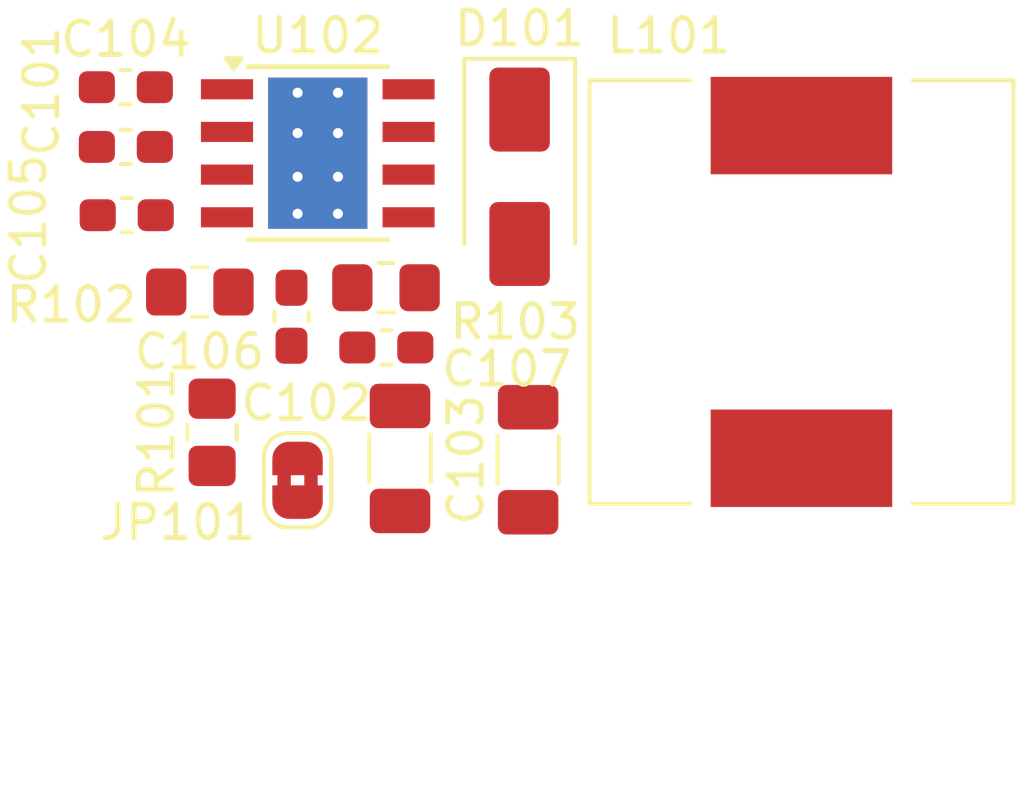
<source format=kicad_pcb>
(kicad_pcb (version 20240108) (generator "pcbnew") (generator_version "8.0")
  (layers (0 "F.Cu" signal) (31 "B.Cu" signal) (34 "B.Paste" user) (35 "F.Paste" user) (36 "B.SilkS" user "B.Silkscreen") (37 "F.SilkS" user "F.Silkscreen") (38 "B.Mask" user) (39 "F.Mask" user) (44 "Edge.Cuts" user))
  (net 0 "")
  (net 1 "/GND")
  (net 2 "/VIN")
  (net 3 "/+3V3")
  (net 4 "/PH")
  (net 5 "/BOOT")
  (net 6 "/SS")
  (net 7 "Net-(C106-Pad1)")
  (net 8 "/COMP")
  (net 9 "/FEEDBACK")
  (net 11 "Net-(JP101-A)")
  (footprint "Resistor_SMD:R_0805_2012Metric_Pad1.20x1.40mm_HandSolder" (layer "F.Cu") (at 97.282 69.072 90)
    (property "Reference" "R101" (at 0 -1.65 90) (layer "F.SilkS"))
    (property "Value" "R")
    (fp_line (start -0.227064 -0.735) (end 0.227064 -0.735) (stroke (width 0.12)) (layer "F.SilkS"))
    (fp_line (start -0.227064 0.735) (end 0.227064 0.735) (stroke (width 0.12)) (layer "F.SilkS"))
    (pad "1" smd roundrect (at -1 0 90) (size 1.2 1.4) (layers "F.Cu" "F.Paste" "F.Mask") (roundrect_rratio 0.208333) (net 3 "/+3V3"))
    (pad "2" smd roundrect (at 1 0 90) (size 1.2 1.4) (layers "F.Cu" "F.Paste" "F.Mask") (roundrect_rratio 0.208333) (net 9 "/FEEDBACK"))
  )
  (footprint "Capacitor_SMD:C_1206_3216Metric_Pad1.33x1.80mm_HandSolder" (layer "F.Cu") (at 106.68 69.8885 90)
    (property "Reference" "C103" (at 0 -1.850001 90) (layer "F.SilkS"))
    (property "Value" "100uF")
    (fp_line (start -0.711252 -0.91) (end 0.711252 -0.91) (stroke (width 0.12)) (layer "F.SilkS"))
    (fp_line (start -0.711252 0.91) (end 0.711252 0.91) (stroke (width 0.12)) (layer "F.SilkS"))
    (pad "1" smd roundrect (at -1.5625 0 90) (size 1.325 1.8) (layers "F.Cu" "F.Paste" "F.Mask") (roundrect_rratio 0.188679) (net 11 "Net-(JP101-A)"))
    (pad "2" smd roundrect (at 1.5625 0 90) (size 1.325 1.8) (layers "F.Cu" "F.Paste" "F.Mask") (roundrect_rratio 0.188679) (net 1 "/GND"))
  )
  (footprint "Package_SO:TI_SO-PowerPAD-8_ThermalVias" (layer "F.Cu") (at 100.424 60.768)
    (property "Reference" "U102" (at 0 -3.5 0) (layer "F.SilkS"))
    (property "Value" "TPS54233")
    (fp_line (start -2.075 -2.575) (end 2.075 -2.575) (stroke (width 0.15)) (layer "F.SilkS"))
    (fp_line (start -2.075 2.575) (end 2.075 2.575) (stroke (width 0.15)) (layer "F.SilkS"))
    (fp_poly (pts (xy -2.5 -2.5) (xy -2.74 -2.83) (xy -2.26 -2.83) (xy -2.5 -2.5)) (stroke (width 0.12)) (fill solid) (layer "F.SilkS"))
    (pad "1" smd rect (at -2.7 -1.905) (size 1.55 0.6) (layers "F.Cu" "F.Paste" "F.Mask") (net 5 "/BOOT"))
    (pad "2" smd rect (at -2.7 -0.635) (size 1.55 0.6) (layers "F.Cu" "F.Paste" "F.Mask") (net 2 "/VIN"))
    (pad "3" smd rect (at -2.7 0.635) (size 1.55 0.6) (layers "F.Cu" "F.Paste" "F.Mask"))
    (pad "4" smd rect (at -2.7 1.905) (size 1.55 0.6) (layers "F.Cu" "F.Paste" "F.Mask") (net 6 "/SS"))
    (pad "5" smd rect (at 2.7 1.905) (size 1.55 0.6) (layers "F.Cu" "F.Paste" "F.Mask") (net 9 "/FEEDBACK"))
    (pad "6" smd rect (at 2.7 0.635) (size 1.55 0.6) (layers "F.Cu" "F.Paste" "F.Mask") (net 8 "/COMP"))
    (pad "7" smd rect (at 2.7 -0.635) (size 1.55 0.6) (layers "F.Cu" "F.Paste" "F.Mask") (net 1 "/GND"))
    (pad "8" smd rect (at 2.7 -1.905) (size 1.55 0.6) (layers "F.Cu" "F.Paste" "F.Mask") (net 4 "/PH"))
    (pad "9" thru_hole circle (at -0.6 -1.8) (size 0.6 0.6) (drill 0.3) (layers "*.Cu"))
    (pad "9" thru_hole circle (at -0.6 -0.6) (size 0.6 0.6) (drill 0.3) (layers "*.Cu"))
    (pad "9" thru_hole circle (at -0.6 0.7) (size 0.6 0.6) (drill 0.3) (layers "*.Cu"))
    (pad "9" thru_hole circle (at -0.6 1.8) (size 0.6 0.6) (drill 0.3) (layers "*.Cu"))
    (pad "9" smd rect (at 0 0) (size 2.6 3.1) (layers "F.Cu" "F.Paste" "F.Mask"))
    (pad "9" smd rect (at 0 0) (size 2.95 4.5) (layers "F.Cu"))
    (pad "9" smd rect (at 0 0) (size 2.95 4.5) (layers "B.Cu"))
    (pad "9" thru_hole circle (at 0.6 -1.8) (size 0.6 0.6) (drill 0.3) (layers "*.Cu"))
    (pad "9" thru_hole circle (at 0.6 -0.6) (size 0.6 0.6) (drill 0.3) (layers "*.Cu"))
    (pad "9" thru_hole circle (at 0.6 0.7) (size 0.6 0.6) (drill 0.3) (layers "*.Cu"))
    (pad "9" thru_hole circle (at 0.6 1.8) (size 0.6 0.6) (drill 0.3) (layers "*.Cu"))
  )
  (footprint "Capacitor_SMD:C_0603_1608Metric_Pad1.08x0.95mm_HandSolder" (layer "F.Cu") (at 94.7155 60.579 180)
    (property "Reference" "C101" (at 2.5135 1.651 -90) (layer "F.SilkS"))
    (property "Value" "1u")
    (fp_line (start -0.146267 0.51) (end 0.146267 0.51) (stroke (width 0.12)) (layer "F.SilkS"))
    (fp_line (start -0.146267 -0.51) (end 0.146267 -0.51) (stroke (width 0.12)) (layer "F.SilkS"))
    (pad "1" smd roundrect (at -0.862501 0 180) (size 1.075 0.95) (layers "F.Cu" "F.Paste" "F.Mask") (net 2 "/VIN"))
    (pad "2" smd roundrect (at 0.862501 0 180) (size 1.075 0.95) (layers "F.Cu" "F.Paste" "F.Mask") (net 1 "/GND"))
  )
  (footprint "Capacitor_SMD:C_1206_3216Metric_Pad1.33x1.80mm_HandSolder" (layer "F.Cu") (at 102.87 69.85 90)
    (property "Reference" "C102" (at 1.651 -2.794 0) (layer "F.SilkS"))
    (property "Value" "100uF")
    (fp_line (start -0.711252 -0.91) (end 0.711252 -0.91) (stroke (width 0.12)) (layer "F.SilkS"))
    (fp_line (start -0.711252 0.91) (end 0.711252 0.91) (stroke (width 0.12)) (layer "F.SilkS"))
    (pad "1" smd roundrect (at -1.5625 0 90) (size 1.325 1.8) (layers "F.Cu" "F.Paste" "F.Mask") (roundrect_rratio 0.188679) (net 11 "Net-(JP101-A)"))
    (pad "2" smd roundrect (at 1.5625 0 90) (size 1.325 1.8) (layers "F.Cu" "F.Paste" "F.Mask") (roundrect_rratio 0.188679) (net 1 "/GND"))
  )
  (footprint "Capacitor_SMD:C_0603_1608Metric_Pad1.08x0.95mm_HandSolder" (layer "F.Cu") (at 94.742 62.611 180)
    (property "Reference" "C105" (at 2.921 -0.127 90) (layer "F.SilkS"))
    (property "Value" "10nF")
    (fp_line (start -0.146267 0.51) (end 0.146267 0.51) (stroke (width 0.12)) (layer "F.SilkS"))
    (fp_line (start -0.146267 -0.51) (end 0.146267 -0.51) (stroke (width 0.12)) (layer "F.SilkS"))
    (pad "1" smd roundrect (at -0.862501 0 180) (size 1.075 0.95) (layers "F.Cu" "F.Paste" "F.Mask") (net 6 "/SS"))
    (pad "2" smd roundrect (at 0.862501 0 180) (size 1.075 0.95) (layers "F.Cu" "F.Paste" "F.Mask") (net 1 "/GND"))
  )
  (footprint "Inductor_SMD:L_12x12mm_H4.5mm" (layer "F.Cu") (at 114.808 64.894 -90)
    (property "Reference" "L101" (at -7.62 3.937 0) (layer "F.SilkS"))
    (property "Value" "L")
    (fp_line (start -6.3 6.3) (end -6.3 3.3) (stroke (width 0.12)) (layer "F.SilkS"))
    (fp_line (start 6.3 6.3) (end -6.3 6.3) (stroke (width 0.12)) (layer "F.SilkS"))
    (fp_line (start 6.3 3.3) (end 6.3 6.3) (stroke (width 0.12)) (layer "F.SilkS"))
    (fp_line (start -6.3 -3.3) (end -6.3 -6.3) (stroke (width 0.12)) (layer "F.SilkS"))
    (fp_line (start -6.3 -6.3) (end 6.3 -6.3) (stroke (width 0.12)) (layer "F.SilkS"))
    (fp_line (start 6.3 -6.3) (end 6.3 -3.3) (stroke (width 0.12)) (layer "F.SilkS"))
    (pad "1" smd rect (at -4.950001 0 270) (size 2.9 5.4) (layers "F.Cu" "F.Paste" "F.Mask") (net 4 "/PH"))
    (pad "2" smd rect (at 4.950001 0 270) (size 2.9 5.4) (layers "F.Cu" "F.Paste" "F.Mask") (net 11 "Net-(JP101-A)"))
  )
  (footprint "Jumper:SolderJumper-2_P1.3mm_Bridged2Bar_RoundedPad1.0x1.5mm" (layer "F.Cu") (at 99.822 70.499999 90)
    (property "Reference" "JP101" (at -1.255001 -3.556 0) (layer "F.SilkS"))
    (property "Value" "SolderJumper_2_Bridged")
    (fp_poly (pts (xy -0.25 -0.6) (xy 0.25 -0.6) (xy 0.25 -0.2) (xy -0.25 -0.2)) (fill solid) (layer "F.Cu"))
    (fp_poly (pts (xy -0.25 0.2) (xy 0.25 0.2) (xy 0.25 0.6) (xy -0.25 0.6)) (fill solid) (layer "F.Cu"))
    (fp_line (start -0.7 -1) (end 0.7 -1) (stroke (width 0.12)) (layer "F.SilkS"))
    (fp_line (start 1.4 -0.300001) (end 1.4 0.300001) (stroke (width 0.12)) (layer "F.SilkS"))
    (fp_line (start -1.4 0.300001) (end -1.4 -0.300001) (stroke (width 0.12)) (layer "F.SilkS"))
    (fp_line (start 0.7 1) (end -0.7 1) (stroke (width 0.12)) (layer "F.SilkS"))
    (fp_arc (start 0.7 -1) (mid 1.194974 -0.794975) (end 1.4 -0.300001) (stroke (width 0.12)) (layer "F.SilkS"))
    (fp_arc (start -1.4 -0.300001) (mid -1.194975 -0.794975) (end -0.7 -1) (stroke (width 0.12)) (layer "F.SilkS"))
    (fp_arc (start 1.4 0.300001) (mid 1.194974 0.794975) (end 0.7 1) (stroke (width 0.12)) (layer "F.SilkS"))
    (fp_arc (start -0.7 1) (mid -1.194975 0.794975) (end -1.4 0.300001) (stroke (width 0.12)) (layer "F.SilkS"))
    (pad "1" smd custom (at -0.649999 0 90) (size 1 0.5) (layers "F.Cu" "F.Mask") (net 11 "Net-(JP101-A)") (options (clearance outline) (anchor rect)) (primitives (gr_circle (center 0 0.25) (end 0.5 0.25) (width 0) (fill yes)) (gr_circle (center 0 -0.25) (end 0.5 -0.25) (width 0) (fill yes)) (gr_poly (pts (xy 0.5 0.75) (xy 0 0.75) (xy 0 -0.75) (xy 0.5 -0.75)) (width 0) (fill yes))))
    (pad "2" smd custom (at 0.649999 0 90) (size 1 0.5) (layers "F.Cu" "F.Mask") (net 3 "/+3V3") (options (clearance outline) (anchor rect)) (primitives (gr_circle (center 0 0.25) (end 0.5 0.25) (width 0) (fill yes)) (gr_circle (center 0 -0.25) (end 0.5 -0.25) (width 0) (fill yes)) (gr_poly (pts (xy 0 0.75) (xy -0.5 0.75) (xy -0.5 -0.75) (xy 0 -0.75)) (width 0) (fill yes))))
  )
  (footprint "Resistor_SMD:R_0805_2012Metric_Pad1.20x1.40mm_HandSolder" (layer "F.Cu") (at 102.452 64.77)
    (property "Reference" "R103" (at 3.847 1.016 0) (layer "F.SilkS"))
    (property "Value" "R")
    (fp_line (start -0.227064 -0.735) (end 0.227064 -0.735) (stroke (width 0.12)) (layer "F.SilkS"))
    (fp_line (start -0.227064 0.735) (end 0.227064 0.735) (stroke (width 0.12)) (layer "F.SilkS"))
    (pad "1" smd roundrect (at -1 0) (size 1.2 1.4) (layers "F.Cu" "F.Paste" "F.Mask") (roundrect_rratio 0.208333) (net 7 "Net-(C106-Pad1)"))
    (pad "2" smd roundrect (at 1 0) (size 1.2 1.4) (layers "F.Cu" "F.Paste" "F.Mask") (roundrect_rratio 0.208333) (net 8 "/COMP"))
  )
  (footprint "Resistor_SMD:R_0805_2012Metric_Pad1.20x1.40mm_HandSolder" (layer "F.Cu") (at 96.917 64.897 180)
    (property "Reference" "R102" (at 3.826 -0.381 0) (layer "F.SilkS"))
    (property "Value" "R")
    (fp_line (start -0.227064 0.735) (end 0.227064 0.735) (stroke (width 0.12)) (layer "F.SilkS"))
    (fp_line (start -0.227064 -0.735) (end 0.227064 -0.735) (stroke (width 0.12)) (layer "F.SilkS"))
    (pad "1" smd roundrect (at -1 0 180) (size 1.2 1.4) (layers "F.Cu" "F.Paste" "F.Mask") (roundrect_rratio 0.208333) (net 9 "/FEEDBACK"))
    (pad "2" smd roundrect (at 1 0 180) (size 1.2 1.4) (layers "F.Cu" "F.Paste" "F.Mask") (roundrect_rratio 0.208333) (net 1 "/GND"))
  )
  (footprint "Capacitor_SMD:C_0603_1608Metric_Pad1.08x0.95mm_HandSolder" (layer "F.Cu") (at 99.642 65.6325 -90)
    (property "Reference" "C106" (at 1.0425 2.741 0) (layer "F.SilkS"))
    (property "Value" "1nF")
    (fp_line (start -0.146267 0.51) (end 0.146267 0.51) (stroke (width 0.12)) (layer "F.SilkS"))
    (fp_line (start -0.146267 -0.51) (end 0.146267 -0.51) (stroke (width 0.12)) (layer "F.SilkS"))
    (pad "1" smd roundrect (at -0.862501 0 270) (size 1.075 0.95) (layers "F.Cu" "F.Paste" "F.Mask") (net 7 "Net-(C106-Pad1)"))
    (pad "2" smd roundrect (at 0.862501 0 270) (size 1.075 0.95) (layers "F.Cu" "F.Paste" "F.Mask") (net 1 "/GND"))
  )
  (footprint "Capacitor_SMD:C_0603_1608Metric_Pad1.08x0.95mm_HandSolder" (layer "F.Cu") (at 94.7155 58.801)
    (property "Reference" "C104" (at 0 -1.43 0) (layer "F.SilkS"))
    (property "Value" "10nF")
    (fp_line (start -0.146267 -0.51) (end 0.146267 -0.51) (stroke (width 0.12)) (layer "F.SilkS"))
    (fp_line (start -0.146267 0.51) (end 0.146267 0.51) (stroke (width 0.12)) (layer "F.SilkS"))
    (pad "1" smd roundrect (at -0.8625 0) (size 1.075 0.95) (layers "F.Cu" "F.Paste" "F.Mask") (net 5 "/BOOT"))
    (pad "2" smd roundrect (at 0.8625 0) (size 1.075 0.95) (layers "F.Cu" "F.Paste" "F.Mask") (net 4 "/PH"))
  )
  (footprint "Diode_SMD:D_SMA" (layer "F.Cu") (at 106.426 61.468 -90)
    (property "Reference" "D101" (at -4.413001 0 0) (layer "F.SilkS"))
    (property "Value" "D_Schottky")
    (fp_line (start -3.51 1.65) (end 2 1.65) (stroke (width 0.12)) (layer "F.SilkS"))
    (fp_line (start -3.51 -1.65) (end -3.51 1.65) (stroke (width 0.12)) (layer "F.SilkS"))
    (fp_line (start -3.51 -1.65) (end 2 -1.65) (stroke (width 0.12)) (layer "F.SilkS"))
    (pad "1" smd roundrect (at -2.000001 0 270) (size 2.5 1.8) (layers "F.Cu" "F.Paste" "F.Mask") (roundrect_rratio 0.1388888889) (net 4 "/PH"))
    (pad "2" smd roundrect (at 2.000001 0 270) (size 2.5 1.8) (layers "F.Cu" "F.Paste" "F.Mask") (roundrect_rratio 0.1388888889) (net 1 "/GND"))
  )
  (footprint "Capacitor_SMD:C_0603_1608Metric_Pad1.08x0.95mm_HandSolder" (layer "F.Cu") (at 102.4625 66.548 180)
    (property "Reference" "C107" (at -3.5825 -0.635 0) (layer "F.SilkS"))
    (property "Value" "10pF")
    (fp_line (start -0.146267 0.51) (end 0.146267 0.51) (stroke (width 0.12)) (layer "F.SilkS"))
    (fp_line (start -0.146267 -0.51) (end 0.146267 -0.51) (stroke (width 0.12)) (layer "F.SilkS"))
    (pad "1" smd roundrect (at -0.862501 0 180) (size 1.075 0.95) (layers "F.Cu" "F.Paste" "F.Mask") (net 8 "/COMP"))
    (pad "2" smd roundrect (at 0.862501 0 180) (size 1.075 0.95) (layers "F.Cu" "F.Paste" "F.Mask") (net 1 "/GND"))
  )
)
</source>
